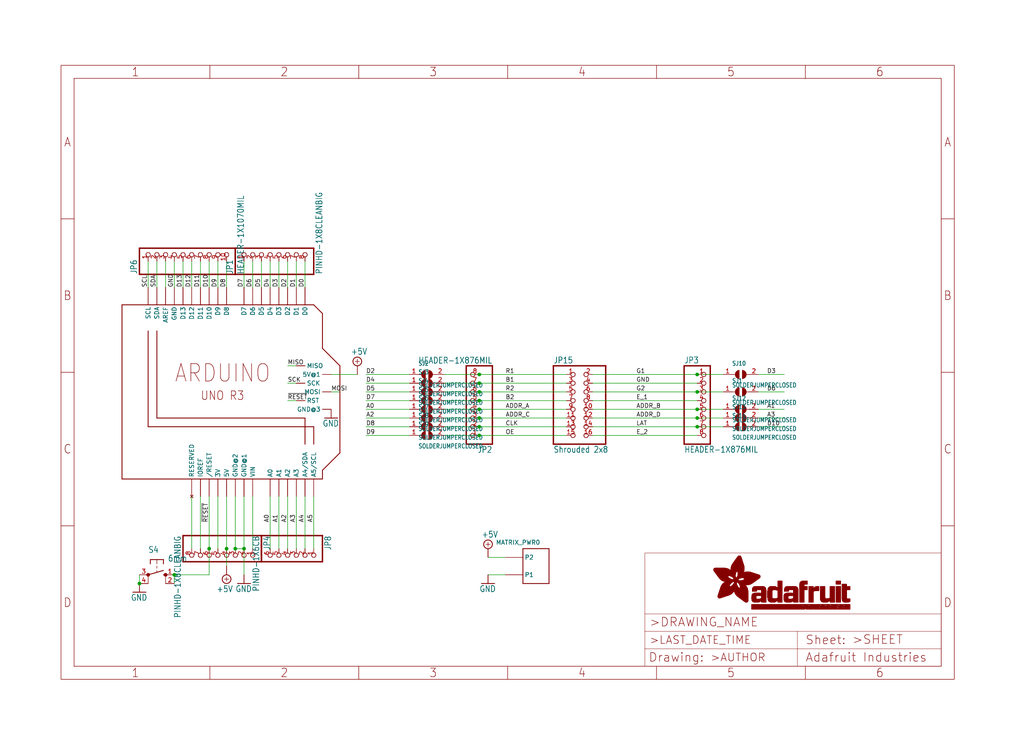
<source format=kicad_sch>
(kicad_sch (version 20211123) (generator eeschema)
  (paper "User" 298.45 217.881)
  (lib_symbols
    (symbol "eagleSchem-eagle-import:+5V" (power)
      (property "Value" "+5V" (at -1.905 3.175 0))
      (symbol "+5V_1_0"
        (pin power_in line (at 0 -2.54 90) (length 2.54) (name "+5V") (number "1"))
      )
    )
    (symbol "eagleSchem-eagle-import:10-XX"
      (property "Reference" "S" (at -6.35 -2.54 90))
      (property "Value" "10-XX" (at -3.81 3.175 90))
      (symbol "10-XX_1_0"
        (pin passive line (at 0 5.08 270) (length 2.54) (name "S") (number "1"))
        (pin passive line (at 2.54 5.08 270) (length 2.54) (name "S1") (number "2"))
        (pin passive line (at 0 -5.08 90) (length 2.54) (name "P") (number "3"))
        (pin passive line (at 2.54 -5.08 90) (length 2.54) (name "P1") (number "4"))
      )
    )
    (symbol "eagleSchem-eagle-import:ARDUINO_R3_ICSP_NODIM"
      (symbol "ARDUINO_R3_ICSP_NODIM_1_0"
        (text "ARDUINO" (at 15.24 27.94 0) (effects (font (size 5.08 4.318)) (justify left bottom)))
        (text "UNO R3" (at 22.86 22.86 0) (effects (font (size 2.54 2.159)) (justify left bottom)))
        (pin power_in line (at 27.94 -5.08 90) (length 5.08) (name "3V") (number "3V"))
        (pin power_in line (at 30.48 -5.08 90) (length 5.08) (name "5V") (number "5V"))
        (pin passive line (at 60.96 30.48 180) (length 2.54) (name "5V@1") (number "5V_ICSP"))
        (pin bidirectional line (at 43.18 -5.08 90) (length 5.08) (name "A0") (number "A0"))
        (pin bidirectional line (at 45.72 -5.08 90) (length 5.08) (name "A1") (number "A1"))
        (pin bidirectional line (at 48.26 -5.08 90) (length 5.08) (name "A2") (number "A2"))
        (pin bidirectional line (at 50.8 -5.08 90) (length 5.08) (name "A3") (number "A3"))
        (pin bidirectional line (at 53.34 -5.08 90) (length 5.08) (name "A4/SDA") (number "A4"))
        (pin bidirectional line (at 55.88 -5.08 90) (length 5.08) (name "A5/SCL") (number "A5"))
        (pin bidirectional line (at 12.7 55.88 270) (length 5.08) (name "AREF") (number "AREF"))
        (pin bidirectional line (at 53.34 55.88 270) (length 5.08) (name "D0") (number "D0"))
        (pin bidirectional line (at 50.8 55.88 270) (length 5.08) (name "D1") (number "D1"))
        (pin bidirectional line (at 25.4 55.88 270) (length 5.08) (name "D10") (number "D10"))
        (pin bidirectional line (at 22.86 55.88 270) (length 5.08) (name "D11") (number "D11"))
        (pin bidirectional line (at 20.32 55.88 270) (length 5.08) (name "D12") (number "D12"))
        (pin bidirectional line (at 17.78 55.88 270) (length 5.08) (name "D13") (number "D13"))
        (pin bidirectional line (at 48.26 55.88 270) (length 5.08) (name "D2") (number "D2"))
        (pin bidirectional line (at 45.72 55.88 270) (length 5.08) (name "D3") (number "D3"))
        (pin bidirectional line (at 43.18 55.88 270) (length 5.08) (name "D4") (number "D4"))
        (pin bidirectional line (at 40.64 55.88 270) (length 5.08) (name "D5") (number "D5"))
        (pin bidirectional line (at 38.1 55.88 270) (length 5.08) (name "D6") (number "D6"))
        (pin bidirectional line (at 35.56 55.88 270) (length 5.08) (name "D7") (number "D7"))
        (pin bidirectional line (at 30.48 55.88 270) (length 5.08) (name "D8") (number "D8"))
        (pin bidirectional line (at 27.94 55.88 270) (length 5.08) (name "D9") (number "D9"))
        (pin power_in line (at 15.24 55.88 270) (length 5.08) (name "GND") (number "GND"))
        (pin power_in line (at 33.02 -5.08 90) (length 5.08) (name "GND@2") (number "GND@1"))
        (pin passive line (at 60.96 20.32 180) (length 2.54) (name "GND@3") (number "GND@2"))
        (pin power_in line (at 35.56 -5.08 90) (length 5.08) (name "GND@1") (number "GND@3"))
        (pin output line (at 22.86 -5.08 90) (length 5.08) (name "IOREF") (number "IOREF"))
        (pin passive line (at 50.8 33.02 0) (length 2.54) (name "MISO") (number "MISO"))
        (pin passive line (at 60.96 25.4 180) (length 2.54) (name "MOSI") (number "MOSI"))
        (pin no_connect line (at 20.32 -5.08 90) (length 5.08) (name "RESERVED") (number "RESERVED"))
        (pin bidirectional line (at 25.4 -5.08 90) (length 5.08) (name "/RESET") (number "RESET"))
        (pin passive line (at 50.8 22.86 0) (length 2.54) (name "RST") (number "RESET_ICSP"))
        (pin passive line (at 50.8 27.94 0) (length 2.54) (name "SCK") (number "SCK"))
        (pin bidirectional line (at 7.62 55.88 270) (length 5.08) (name "SCL") (number "SCL"))
        (pin bidirectional line (at 10.16 55.88 270) (length 5.08) (name "SDA") (number "SDA"))
        (pin power_in line (at 38.1 -5.08 90) (length 5.08) (name "VIN") (number "VIN"))
      )
    )
    (symbol "eagleSchem-eagle-import:FRAME_A4_ADAFRUIT"
      (symbol "FRAME_A4_ADAFRUIT_0_0"
        (text "1" (at 21.6958 1.905 0) (effects (font (size 2.54 2.286))))
        (text "1" (at 21.6958 177.165 0) (effects (font (size 2.54 2.286))))
        (text "2" (at 65.0875 1.905 0) (effects (font (size 2.54 2.286))))
        (text "2" (at 65.0875 177.165 0) (effects (font (size 2.54 2.286))))
        (text "3" (at 108.4792 1.905 0) (effects (font (size 2.54 2.286))))
        (text "3" (at 108.4792 177.165 0) (effects (font (size 2.54 2.286))))
        (text "4" (at 151.8708 1.905 0) (effects (font (size 2.54 2.286))))
        (text "4" (at 151.8708 177.165 0) (effects (font (size 2.54 2.286))))
        (text "5" (at 195.2625 1.905 0) (effects (font (size 2.54 2.286))))
        (text "5" (at 195.2625 177.165 0) (effects (font (size 2.54 2.286))))
        (text "6" (at 238.6542 1.905 0) (effects (font (size 2.54 2.286))))
        (text "6" (at 238.6542 177.165 0) (effects (font (size 2.54 2.286))))
        (text "A" (at 1.905 156.6863 0) (effects (font (size 2.54 2.286))))
        (text "A" (at 258.445 156.6863 0) (effects (font (size 2.54 2.286))))
        (text "B" (at 1.905 111.9188 0) (effects (font (size 2.54 2.286))))
        (text "B" (at 258.445 111.9188 0) (effects (font (size 2.54 2.286))))
        (text "C" (at 1.905 67.1513 0) (effects (font (size 2.54 2.286))))
        (text "C" (at 258.445 67.1513 0) (effects (font (size 2.54 2.286))))
        (text "D" (at 1.905 22.3838 0) (effects (font (size 2.54 2.286))))
        (text "D" (at 258.445 22.3838 0) (effects (font (size 2.54 2.286))))
      )
      (symbol "FRAME_A4_ADAFRUIT_1_0"
        (text ">AUTHOR" (at 189.23 5.08 0) (effects (font (size 2.286 2.286)) (justify left bottom)))
        (text ">DRAWING_NAME" (at 171.45 15.24 0) (effects (font (size 2.54 2.54)) (justify left bottom)))
        (text ">LAST_DATE_TIME" (at 171.45 10.16 0) (effects (font (size 2.286 2.286)) (justify left bottom)))
        (text ">SHEET" (at 230.505 10.16 0) (effects (font (size 2.54 2.54)) (justify left bottom)))
        (text "Adafruit Industries" (at 216.916 4.953 0) (effects (font (size 2.54 2.54)) (justify left bottom)))
        (text "Drawing:" (at 171.196 4.953 0) (effects (font (size 2.54 2.54)) (justify left bottom)))
        (text "Sheet:" (at 216.916 10.033 0) (effects (font (size 2.54 2.54)) (justify left bottom)))
      )
    )
    (symbol "eagleSchem-eagle-import:GND" (power)
      (property "Value" "GND" (at -2.54 -2.54 0))
      (symbol "GND_1_0"
        (pin power_in line (at 0 2.54 270) (length 2.54) (name "GND") (number "1"))
      )
    )
    (symbol "eagleSchem-eagle-import:HEADER-1X1070MIL"
      (property "Reference" "JP" (at -6.35 13.335 0))
      (property "Value" "HEADER-1X1070MIL" (at -6.35 -17.78 0))
      (symbol "HEADER-1X1070MIL_1_0"
        (pin passive inverted (at -2.54 10.16 0) (length 2.54) (name "1") (number "1"))
        (pin passive inverted (at -2.54 -12.7 0) (length 2.54) (name "10") (number "10"))
        (pin passive inverted (at -2.54 7.62 0) (length 2.54) (name "2") (number "2"))
        (pin passive inverted (at -2.54 5.08 0) (length 2.54) (name "3") (number "3"))
        (pin passive inverted (at -2.54 2.54 0) (length 2.54) (name "4") (number "4"))
        (pin passive inverted (at -2.54 0 0) (length 2.54) (name "5") (number "5"))
        (pin passive inverted (at -2.54 -2.54 0) (length 2.54) (name "6") (number "6"))
        (pin passive inverted (at -2.54 -5.08 0) (length 2.54) (name "7") (number "7"))
        (pin passive inverted (at -2.54 -7.62 0) (length 2.54) (name "8") (number "8"))
        (pin passive inverted (at -2.54 -10.16 0) (length 2.54) (name "9") (number "9"))
      )
    )
    (symbol "eagleSchem-eagle-import:HEADER-1X876MIL"
      (property "Reference" "JP" (at -6.35 13.335 0))
      (property "Value" "HEADER-1X876MIL" (at -6.35 -12.7 0))
      (symbol "HEADER-1X876MIL_1_0"
        (pin passive inverted (at -2.54 10.16 0) (length 2.54) (name "1") (number "1"))
        (pin passive inverted (at -2.54 7.62 0) (length 2.54) (name "2") (number "2"))
        (pin passive inverted (at -2.54 5.08 0) (length 2.54) (name "3") (number "3"))
        (pin passive inverted (at -2.54 2.54 0) (length 2.54) (name "4") (number "4"))
        (pin passive inverted (at -2.54 0 0) (length 2.54) (name "5") (number "5"))
        (pin passive inverted (at -2.54 -2.54 0) (length 2.54) (name "6") (number "6"))
        (pin passive inverted (at -2.54 -5.08 0) (length 2.54) (name "7") (number "7"))
        (pin passive inverted (at -2.54 -7.62 0) (length 2.54) (name "8") (number "8"))
      )
    )
    (symbol "eagleSchem-eagle-import:HEADER-2X8_SHROUDED"
      (property "Reference" "JP" (at -8.89 10.795 0))
      (property "Value" "HEADER-2X8_SHROUDED" (at -8.89 -15.24 0))
      (symbol "HEADER-2X8_SHROUDED_1_0"
        (pin passive inverted (at -5.08 7.62 0) (length 2.54) (name "1") (number "1"))
        (pin passive inverted (at 2.54 -2.54 180) (length 2.54) (name "10") (number "10"))
        (pin passive inverted (at -5.08 -5.08 0) (length 2.54) (name "11") (number "11"))
        (pin passive inverted (at 2.54 -5.08 180) (length 2.54) (name "12") (number "12"))
        (pin passive inverted (at -5.08 -7.62 0) (length 2.54) (name "13") (number "13"))
        (pin passive inverted (at 2.54 -7.62 180) (length 2.54) (name "14") (number "14"))
        (pin passive inverted (at -5.08 -10.16 0) (length 2.54) (name "15") (number "15"))
        (pin passive inverted (at 2.54 -10.16 180) (length 2.54) (name "16") (number "16"))
        (pin passive inverted (at 2.54 7.62 180) (length 2.54) (name "2") (number "2"))
        (pin passive inverted (at -5.08 5.08 0) (length 2.54) (name "3") (number "3"))
        (pin passive inverted (at 2.54 5.08 180) (length 2.54) (name "4") (number "4"))
        (pin passive inverted (at -5.08 2.54 0) (length 2.54) (name "5") (number "5"))
        (pin passive inverted (at 2.54 2.54 180) (length 2.54) (name "6") (number "6"))
        (pin passive inverted (at -5.08 0 0) (length 2.54) (name "7") (number "7"))
        (pin passive inverted (at 2.54 0 180) (length 2.54) (name "8") (number "8"))
        (pin passive inverted (at -5.08 -2.54 0) (length 2.54) (name "9") (number "9"))
      )
    )
    (symbol "eagleSchem-eagle-import:PINHD-1X6CB"
      (property "Reference" "JP" (at -6.35 10.795 0))
      (property "Value" "PINHD-1X6CB" (at -6.35 -10.16 0))
      (symbol "PINHD-1X6CB_1_0"
        (pin passive inverted (at -2.54 7.62 0) (length 2.54) (name "1") (number "1"))
        (pin passive inverted (at -2.54 5.08 0) (length 2.54) (name "2") (number "2"))
        (pin passive inverted (at -2.54 2.54 0) (length 2.54) (name "3") (number "3"))
        (pin passive inverted (at -2.54 0 0) (length 2.54) (name "4") (number "4"))
        (pin passive inverted (at -2.54 -2.54 0) (length 2.54) (name "5") (number "5"))
        (pin passive inverted (at -2.54 -5.08 0) (length 2.54) (name "6") (number "6"))
      )
    )
    (symbol "eagleSchem-eagle-import:PINHD-1X8CLEANBIG"
      (property "Reference" "JP" (at -6.35 10.795 0))
      (property "Value" "PINHD-1X8CLEANBIG" (at -6.35 -15.24 0))
      (symbol "PINHD-1X8CLEANBIG_1_0"
        (pin passive inverted (at -2.54 7.62 0) (length 2.54) (name "1") (number "1"))
        (pin passive inverted (at -2.54 5.08 0) (length 2.54) (name "2") (number "2"))
        (pin passive inverted (at -2.54 2.54 0) (length 2.54) (name "3") (number "3"))
        (pin passive inverted (at -2.54 0 0) (length 2.54) (name "4") (number "4"))
        (pin passive inverted (at -2.54 -2.54 0) (length 2.54) (name "5") (number "5"))
        (pin passive inverted (at -2.54 -5.08 0) (length 2.54) (name "6") (number "6"))
        (pin passive inverted (at -2.54 -7.62 0) (length 2.54) (name "7") (number "7"))
        (pin passive inverted (at -2.54 -10.16 0) (length 2.54) (name "8") (number "8"))
      )
    )
    (symbol "eagleSchem-eagle-import:PINHEAD"
      (symbol "PINHEAD_1_0"
        (pin bidirectional line (at 7.62 2.54 180) (length 5.08) (name "P1") (number "P$3"))
        (pin bidirectional line (at 7.62 -2.54 180) (length 5.08) (name "P2") (number "P$4"))
      )
    )
    (symbol "eagleSchem-eagle-import:SOLDERJUMPERCLOSED"
      (property "Reference" "SJ" (at -2.54 2.54 0))
      (property "Value" "SOLDERJUMPERCLOSED" (at -2.54 -3.81 0))
      (symbol "SOLDERJUMPERCLOSED_1_0"
        (pin passive line (at -5.08 0 0) (length 2.54) (name "1") (number "1"))
        (pin passive line (at 5.08 0 180) (length 2.54) (name "2") (number "2"))
      )
    )
  )
  (junction (at 203.2 124.46))
  (junction (at 203.2 119.38))
  (junction (at 139.7 114.3))
  (junction (at 40.64 170.18))
  (junction (at 203.2 114.3))
  (junction (at 203.2 121.92))
  (junction (at 139.7 119.38))
  (junction (at 60.96 160.02))
  (junction (at 139.7 124.46))
  (junction (at 139.7 127))
  (junction (at 139.7 116.84))
  (junction (at 203.2 109.22))
  (junction (at 71.12 160.02))
  (junction (at 66.04 160.02))
  (junction (at 68.58 160.02))
  (junction (at 50.8 167.64))
  (junction (at 139.7 111.76))
  (junction (at 139.7 121.92))
  (junction (at 139.7 109.22))
  (wire (pts (xy 91.44 160.02) (xy 91.44 144.78)))
  (wire (pts (xy 203.2 109.22) (xy 210.82 109.22)))
  (wire (pts (xy 83.82 76.2) (xy 83.82 83.82)))
  (wire (pts (xy 50.8 167.64) (xy 50.8 170.18)))
  (wire (pts (xy 139.7 127) (xy 165.1 127)))
  (wire (pts (xy 53.34 83.82) (xy 53.34 76.2)))
  (wire (pts (xy 228.6 114.3) (xy 220.98 114.3)))
  (wire (pts (xy 81.28 76.2) (xy 81.28 83.82)))
  (wire (pts (xy 139.7 109.22) (xy 129.54 109.22)))
  (wire (pts (xy 88.9 160.02) (xy 88.9 144.78)))
  (wire (pts (xy 119.38 109.22) (xy 106.68 109.22)))
  (wire (pts (xy 203.2 119.38) (xy 210.82 119.38)))
  (wire (pts (xy 228.6 124.46) (xy 220.98 124.46)))
  (wire (pts (xy 104.14 109.22) (xy 96.52 109.22)))
  (wire (pts (xy 147.32 162.56) (xy 142.24 162.56)))
  (wire (pts (xy 139.7 111.76) (xy 129.54 111.76)))
  (wire (pts (xy 60.96 167.64) (xy 50.8 167.64)))
  (wire (pts (xy 81.28 160.02) (xy 81.28 144.78)))
  (wire (pts (xy 203.2 114.3) (xy 210.82 114.3)))
  (wire (pts (xy 45.72 76.2) (xy 45.72 83.82)))
  (wire (pts (xy 86.36 76.2) (xy 86.36 83.82)))
  (wire (pts (xy 203.2 119.38) (xy 172.72 119.38)))
  (wire (pts (xy 58.42 160.02) (xy 58.42 144.78)))
  (wire (pts (xy 106.68 127) (xy 119.38 127)))
  (wire (pts (xy 165.1 114.3) (xy 139.7 114.3)))
  (wire (pts (xy 203.2 114.3) (xy 172.72 114.3)))
  (wire (pts (xy 66.04 76.2) (xy 66.04 83.82)))
  (wire (pts (xy 86.36 160.02) (xy 86.36 144.78)))
  (wire (pts (xy 228.6 121.92) (xy 220.98 121.92)))
  (wire (pts (xy 203.2 124.46) (xy 210.82 124.46)))
  (wire (pts (xy 119.38 114.3) (xy 106.68 114.3)))
  (wire (pts (xy 60.96 76.2) (xy 60.96 83.82)))
  (wire (pts (xy 139.7 121.92) (xy 165.1 121.92)))
  (wire (pts (xy 88.9 76.2) (xy 88.9 83.82)))
  (wire (pts (xy 106.68 116.84) (xy 119.38 116.84)))
  (wire (pts (xy 73.66 160.02) (xy 73.66 144.78)))
  (wire (pts (xy 172.72 111.76) (xy 203.2 111.76)))
  (wire (pts (xy 139.7 111.76) (xy 165.1 111.76)))
  (wire (pts (xy 106.68 111.76) (xy 119.38 111.76)))
  (wire (pts (xy 172.72 127) (xy 203.2 127)))
  (wire (pts (xy 73.66 83.82) (xy 73.66 76.2)))
  (wire (pts (xy 172.72 121.92) (xy 203.2 121.92)))
  (wire (pts (xy 165.1 119.38) (xy 139.7 119.38)))
  (wire (pts (xy 68.58 160.02) (xy 68.58 144.78)))
  (wire (pts (xy 60.96 160.02) (xy 60.96 167.64)))
  (wire (pts (xy 63.5 160.02) (xy 63.5 144.78)))
  (wire (pts (xy 139.7 121.92) (xy 129.54 121.92)))
  (wire (pts (xy 40.64 167.64) (xy 40.64 170.18)))
  (wire (pts (xy 76.2 76.2) (xy 76.2 83.82)))
  (wire (pts (xy 106.68 119.38) (xy 119.38 119.38)))
  (wire (pts (xy 86.36 111.76) (xy 83.82 111.76)))
  (wire (pts (xy 58.42 83.82) (xy 58.42 76.2)))
  (wire (pts (xy 139.7 119.38) (xy 129.54 119.38)))
  (wire (pts (xy 203.2 121.92) (xy 210.82 121.92)))
  (wire (pts (xy 106.68 121.92) (xy 119.38 121.92)))
  (wire (pts (xy 83.82 160.02) (xy 83.82 144.78)))
  (wire (pts (xy 43.18 76.2) (xy 43.18 83.82)))
  (wire (pts (xy 142.24 167.64) (xy 147.32 167.64)))
  (wire (pts (xy 228.6 109.22) (xy 220.98 109.22)))
  (wire (pts (xy 165.1 109.22) (xy 139.7 109.22)))
  (wire (pts (xy 139.7 127) (xy 129.54 127)))
  (wire (pts (xy 71.12 160.02) (xy 71.12 167.64)))
  (wire (pts (xy 66.04 160.02) (xy 66.04 144.78)))
  (wire (pts (xy 165.1 124.46) (xy 139.7 124.46)))
  (wire (pts (xy 203.2 124.46) (xy 172.72 124.46)))
  (wire (pts (xy 86.36 116.84) (xy 83.82 116.84)))
  (wire (pts (xy 139.7 116.84) (xy 129.54 116.84)))
  (wire (pts (xy 55.88 76.2) (xy 55.88 83.82)))
  (wire (pts (xy 172.72 116.84) (xy 203.2 116.84)))
  (wire (pts (xy 60.96 160.02) (xy 60.96 144.78)))
  (wire (pts (xy 228.6 119.38) (xy 220.98 119.38)))
  (wire (pts (xy 139.7 116.84) (xy 165.1 116.84)))
  (wire (pts (xy 106.68 124.46) (xy 119.38 124.46)))
  (wire (pts (xy 203.2 109.22) (xy 172.72 109.22)))
  (wire (pts (xy 50.8 76.2) (xy 50.8 83.82)))
  (wire (pts (xy 63.5 83.82) (xy 63.5 76.2)))
  (wire (pts (xy 139.7 124.46) (xy 129.54 124.46)))
  (wire (pts (xy 48.26 76.2) (xy 48.26 83.82)))
  (wire (pts (xy 86.36 106.68) (xy 83.82 106.68)))
  (wire (pts (xy 78.74 83.82) (xy 78.74 76.2)))
  (wire (pts (xy 66.04 160.02) (xy 66.04 165.1)))
  (wire (pts (xy 71.12 160.02) (xy 71.12 144.78)))
  (wire (pts (xy 55.88 160.02) (xy 55.88 144.78)))
  (wire (pts (xy 96.52 114.3) (xy 99.06 114.3)))
  (wire (pts (xy 78.74 160.02) (xy 78.74 144.78)))
  (wire (pts (xy 139.7 114.3) (xy 129.54 114.3)))
  (wire (pts (xy 71.12 76.2) (xy 71.12 83.82)))
  (wire (pts (xy 68.58 160.02) (xy 71.12 160.02)))
  (label "D11" (at 58.42 83.82 90) (effects (font (size 1.2446 1.2446))))
  (label "D4" (at 106.68 111.76 0) (effects (font (size 1.2446 1.2446))))
  (label "ADDR_C" (at 147.32 121.92 0) (effects (font (size 1.2446 1.2446))))
  (label "D2" (at 83.82 83.82 90) (effects (font (size 1.2446 1.2446))))
  (label "ADDR_A" (at 147.32 119.38 0) (effects (font (size 1.2446 1.2446))))
  (label "A5" (at 91.44 152.4 90) (effects (font (size 1.2446 1.2446))))
  (label "SCK" (at 83.82 111.76 0) (effects (font (size 1.2446 1.2446))))
  (label "A2" (at 83.82 152.4 90) (effects (font (size 1.2446 1.2446))))
  (label "D10" (at 60.96 83.82 90) (effects (font (size 1.2446 1.2446))))
  (label "D7" (at 71.12 83.82 90) (effects (font (size 1.2446 1.2446))))
  (label "A0" (at 106.68 119.38 0) (effects (font (size 1.2446 1.2446))))
  (label "D12" (at 55.88 83.82 90) (effects (font (size 1.2446 1.2446))))
  (label "A0" (at 78.74 152.4 90) (effects (font (size 1.2446 1.2446))))
  (label "D5" (at 76.2 83.82 90) (effects (font (size 1.2446 1.2446))))
  (label "G1" (at 185.42 109.22 0) (effects (font (size 1.2446 1.2446))))
  (label "D8" (at 106.68 124.46 0) (effects (font (size 1.2446 1.2446))))
  (label "D13" (at 53.34 83.82 90) (effects (font (size 1.2446 1.2446))))
  (label "GND" (at 50.8 83.82 90) (effects (font (size 1.2446 1.2446))))
  (label "R1" (at 147.32 109.22 0) (effects (font (size 1.2446 1.2446))))
  (label "D9" (at 63.5 83.82 90) (effects (font (size 1.2446 1.2446))))
  (label "SCL" (at 43.18 83.82 90) (effects (font (size 1.2446 1.2446))))
  (label "D2" (at 106.68 109.22 0) (effects (font (size 1.2446 1.2446))))
  (label "A1" (at 223.52 119.38 0) (effects (font (size 1.2446 1.2446))))
  (label "ADDR_D" (at 185.42 121.92 0) (effects (font (size 1.2446 1.2446))))
  (label "OE" (at 147.32 127 0) (effects (font (size 1.2446 1.2446))))
  (label "A2" (at 106.68 121.92 0) (effects (font (size 1.2446 1.2446))))
  (label "MOSI" (at 96.52 114.3 0) (effects (font (size 1.2446 1.2446))))
  (label "D6" (at 73.66 83.82 90) (effects (font (size 1.2446 1.2446))))
  (label "D3" (at 81.28 83.82 90) (effects (font (size 1.2446 1.2446))))
  (label "A1" (at 81.28 152.4 90) (effects (font (size 1.2446 1.2446))))
  (label "D8" (at 66.04 83.82 90) (effects (font (size 1.2446 1.2446))))
  (label "GND" (at 185.42 111.76 0) (effects (font (size 1.2446 1.2446))))
  (label "G2" (at 185.42 114.3 0) (effects (font (size 1.2446 1.2446))))
  (label "SDA" (at 45.72 83.82 90) (effects (font (size 1.2446 1.2446))))
  (label "D3" (at 223.52 109.22 0) (effects (font (size 1.2446 1.2446))))
  (label "B1" (at 147.32 111.76 0) (effects (font (size 1.2446 1.2446))))
  (label "R2" (at 147.32 114.3 0) (effects (font (size 1.2446 1.2446))))
  (label "~{RESET}" (at 83.82 116.84 0) (effects (font (size 1.2446 1.2446))))
  (label "LAT" (at 185.42 124.46 0) (effects (font (size 1.2446 1.2446))))
  (label "D10" (at 223.52 124.46 0) (effects (font (size 1.2446 1.2446))))
  (label "A3" (at 86.36 152.4 90) (effects (font (size 1.2446 1.2446))))
  (label "CLK" (at 147.32 124.46 0) (effects (font (size 1.2446 1.2446))))
  (label "D5" (at 106.68 114.3 0) (effects (font (size 1.2446 1.2446))))
  (label "~{RESET}" (at 60.96 152.4 90) (effects (font (size 1.2446 1.2446))))
  (label "E_1" (at 185.42 116.84 0) (effects (font (size 1.2446 1.2446))))
  (label "A4" (at 88.9 152.4 90) (effects (font (size 1.2446 1.2446))))
  (label "D0" (at 88.9 83.82 90) (effects (font (size 1.2446 1.2446))))
  (label "ADDR_B" (at 185.42 119.38 0) (effects (font (size 1.2446 1.2446))))
  (label "D9" (at 106.68 127 0) (effects (font (size 1.2446 1.2446))))
  (label "B2" (at 147.32 116.84 0) (effects (font (size 1.2446 1.2446))))
  (label "D7" (at 106.68 116.84 0) (effects (font (size 1.2446 1.2446))))
  (label "D6" (at 223.52 114.3 0) (effects (font (size 1.2446 1.2446))))
  (label "D4" (at 78.74 83.82 90) (effects (font (size 1.2446 1.2446))))
  (label "A3" (at 223.52 121.92 0) (effects (font (size 1.2446 1.2446))))
  (label "D1" (at 86.36 83.82 90) (effects (font (size 1.2446 1.2446))))
  (label "MISO" (at 83.82 106.68 0) (effects (font (size 1.2446 1.2446))))
  (label "E_2" (at 185.42 127 0) (effects (font (size 1.2446 1.2446))))
  (symbol (lib_id "eagleSchem-eagle-import:ARDUINO_R3_ICSP_NODIM") (at 35.56 139.7 0) (unit 1)
    (property "Reference" "U$41" (effects hide))
    (property "Value" "ARDUINO_R3_ICSP_NODIM" (effects hide))
    (property "Footprint" "eagleSchem:ARDUINOR3_ICSP_NODIM" (effects hide))
  )
  (symbol (lib_id "eagleSchem-eagle-import:SOLDERJUMPERCLOSED") (at 215.9 109.22 0) (unit 1)
    (property "Reference" "SJ10" (at 213.36 106.68 0) (effects (font (size 1.27 1.0795)) (justify left bottom)))
    (property "Value" "SOLDERJUMPERCLOSED" (at 213.36 113.03 0) (effects (font (size 1.27 1.0795)) (justify left bottom)))
    (property "Footprint" "eagleSchem:SOLDERJUMPER_CLOSEDWIRE" (effects hide))
  )
  (symbol (lib_id "eagleSchem-eagle-import:PINHD-1X6CB") (at 83.82 162.56 270) (unit 1)
    (property "Reference" "JP8" (at 94.615 156.21 0) (effects (font (size 1.778 1.5113)) (justify left bottom)))
    (property "Value" "PINHD-1X6CB" (at 73.66 156.21 0) (effects (font (size 1.778 1.5113)) (justify left bottom)))
    (property "Footprint" "eagleSchem:1X06-CLEANBIG" (effects hide))
  )
  (symbol (lib_id "eagleSchem-eagle-import:PINHEAD") (at 154.94 165.1 180) (unit 1)
    (property "Reference" "MATRIX_PWR0" (at 157.48 157.48 0) (effects (justify left bottom)))
    (property "Value" "PINHEAD" (effects hide))
    (property "Footprint" "eagleSchem:TERMBLOCK508" (effects hide))
  )
  (symbol (lib_id "eagleSchem-eagle-import:SOLDERJUMPERCLOSED") (at 124.46 124.46 0) (unit 1)
    (property "Reference" "SJ8" (at 121.92 121.92 0) (effects (font (size 1.27 1.0795)) (justify left bottom)))
    (property "Value" "SOLDERJUMPERCLOSED" (at 121.92 128.27 0) (effects (font (size 1.27 1.0795)) (justify left bottom)))
    (property "Footprint" "eagleSchem:SOLDERJUMPER_CLOSEDWIRE" (effects hide))
  )
  (symbol (lib_id "eagleSchem-eagle-import:GND") (at 96.52 121.92 0) (unit 1)
    (property "Reference" "#U$44" (effects hide))
    (property "Value" "GND" (at 93.98 124.46 0) (effects (font (size 1.778 1.5113)) (justify left bottom)))
    (property "Footprint" "eagleSchem:" (effects hide))
  )
  (symbol (lib_id "eagleSchem-eagle-import:HEADER-2X8_SHROUDED") (at 170.18 116.84 0) (unit 1)
    (property "Reference" "JP15" (at 161.29 106.045 0) (effects (font (size 1.778 1.5113)) (justify left bottom)))
    (property "Value" "Shrouded 2x8" (at 161.29 132.08 0) (effects (font (size 1.778 1.5113)) (justify left bottom)))
    (property "Footprint" "eagleSchem:2X08_SHROUDED" (effects hide))
  )
  (symbol (lib_id "eagleSchem-eagle-import:GND") (at 40.64 172.72 0) (unit 1)
    (property "Reference" "#U$36" (effects hide))
    (property "Value" "GND" (at 38.1 175.26 0) (effects (font (size 1.778 1.5113)) (justify left bottom)))
    (property "Footprint" "eagleSchem:" (effects hide))
  )
  (symbol (lib_id "eagleSchem-eagle-import:PINHD-1X8CLEANBIG") (at 66.04 162.56 270) (unit 1)
    (property "Reference" "JP4" (at 76.835 156.21 0) (effects (font (size 1.778 1.5113)) (justify left bottom)))
    (property "Value" "PINHD-1X8CLEANBIG" (at 50.8 156.21 0) (effects (font (size 1.778 1.5113)) (justify left bottom)))
    (property "Footprint" "eagleSchem:1X08-CLEANBIG" (effects hide))
  )
  (symbol (lib_id "eagleSchem-eagle-import:GND") (at 142.24 170.18 0) (unit 1)
    (property "Reference" "#GND12" (effects hide))
    (property "Value" "GND" (at 139.7 172.72 0) (effects (font (size 1.778 1.5113)) (justify left bottom)))
    (property "Footprint" "eagleSchem:" (effects hide))
  )
  (symbol (lib_id "eagleSchem-eagle-import:PINHD-1X8CLEANBIG") (at 78.74 73.66 90) (unit 1)
    (property "Reference" "JP1" (at 67.945 80.01 0) (effects (font (size 1.778 1.5113)) (justify left bottom)))
    (property "Value" "PINHD-1X8CLEANBIG" (at 93.98 80.01 0) (effects (font (size 1.778 1.5113)) (justify left bottom)))
    (property "Footprint" "eagleSchem:1X08-CLEANBIG" (effects hide))
  )
  (symbol (lib_id "eagleSchem-eagle-import:SOLDERJUMPERCLOSED") (at 124.46 121.92 0) (unit 1)
    (property "Reference" "SJ7" (at 121.92 119.38 0) (effects (font (size 1.27 1.0795)) (justify left bottom)))
    (property "Value" "SOLDERJUMPERCLOSED" (at 121.92 125.73 0) (effects (font (size 1.27 1.0795)) (justify left bottom)))
    (property "Footprint" "eagleSchem:SOLDERJUMPER_CLOSEDWIRE" (effects hide))
  )
  (symbol (lib_id "eagleSchem-eagle-import:+5V") (at 142.24 160.02 0) (unit 1)
    (property "Reference" "#SUPPLY1" (effects hide))
    (property "Value" "+5V" (at 140.335 156.845 0) (effects (font (size 1.778 1.5113)) (justify left bottom)))
    (property "Footprint" "eagleSchem:" (effects hide))
  )
  (symbol (lib_id "eagleSchem-eagle-import:10-XX") (at 45.72 167.64 270) (unit 1)
    (property "Reference" "S4" (at 43.18 161.29 90) (effects (font (size 1.778 1.5113)) (justify left bottom)))
    (property "Value" "6mm" (at 48.895 163.83 90) (effects (font (size 1.778 1.5113)) (justify left bottom)))
    (property "Footprint" "eagleSchem:B3F-10XX" (effects hide))
  )
  (symbol (lib_id "eagleSchem-eagle-import:SOLDERJUMPERCLOSED") (at 124.46 114.3 0) (unit 1)
    (property "Reference" "SJ4" (at 121.92 111.76 0) (effects (font (size 1.27 1.0795)) (justify left bottom)))
    (property "Value" "SOLDERJUMPERCLOSED" (at 121.92 118.11 0) (effects (font (size 1.27 1.0795)) (justify left bottom)))
    (property "Footprint" "eagleSchem:SOLDERJUMPER_CLOSEDWIRE" (effects hide))
  )
  (symbol (lib_id "eagleSchem-eagle-import:SOLDERJUMPERCLOSED") (at 124.46 109.22 0) (unit 1)
    (property "Reference" "SJ2" (at 121.92 106.68 0) (effects (font (size 1.27 1.0795)) (justify left bottom)))
    (property "Value" "SOLDERJUMPERCLOSED" (at 121.92 113.03 0) (effects (font (size 1.27 1.0795)) (justify left bottom)))
    (property "Footprint" "eagleSchem:SOLDERJUMPER_CLOSEDWIRE" (effects hide))
  )
  (symbol (lib_id "eagleSchem-eagle-import:+5V") (at 104.14 106.68 0) (unit 1)
    (property "Reference" "#SUPPLY3" (effects hide))
    (property "Value" "+5V" (at 102.235 103.505 0) (effects (font (size 1.778 1.5113)) (justify left bottom)))
    (property "Footprint" "eagleSchem:" (effects hide))
  )
  (symbol (lib_id "eagleSchem-eagle-import:+5V") (at 66.04 167.64 180) (unit 1)
    (property "Reference" "#SUPPLY2" (effects hide))
    (property "Value" "+5V" (at 67.945 170.815 0) (effects (font (size 1.778 1.5113)) (justify left bottom)))
    (property "Footprint" "eagleSchem:" (effects hide))
  )
  (symbol (lib_id "eagleSchem-eagle-import:SOLDERJUMPERCLOSED") (at 215.9 124.46 0) (unit 1)
    (property "Reference" "SJ14" (at 213.36 121.92 0) (effects (font (size 1.27 1.0795)) (justify left bottom)))
    (property "Value" "SOLDERJUMPERCLOSED" (at 213.36 128.27 0) (effects (font (size 1.27 1.0795)) (justify left bottom)))
    (property "Footprint" "eagleSchem:SOLDERJUMPER_CLOSEDWIRE" (effects hide))
  )
  (symbol (lib_id "eagleSchem-eagle-import:FRAME_A4_ADAFRUIT") (at 17.78 198.12 0) (unit 1)
    (property "Reference" "#U$2" (effects hide))
    (property "Value" "FRAME_A4_ADAFRUIT" (effects hide))
    (property "Footprint" "eagleSchem:" (effects hide))
  )
  (symbol (lib_id "eagleSchem-eagle-import:HEADER-1X876MIL") (at 137.16 116.84 180) (unit 1)
    (property "Reference" "JP2" (at 143.51 130.175 0) (effects (font (size 1.778 1.5113)) (justify left bottom)))
    (property "Value" "HEADER-1X876MIL" (at 143.51 104.14 0) (effects (font (size 1.778 1.5113)) (justify left bottom)))
    (property "Footprint" "eagleSchem:1X08_ROUND_76" (effects hide))
  )
  (symbol (lib_id "eagleSchem-eagle-import:SOLDERJUMPERCLOSED") (at 215.9 114.3 0) (unit 1)
    (property "Reference" "SJ1" (at 213.36 111.76 0) (effects (font (size 1.27 1.0795)) (justify left bottom)))
    (property "Value" "SOLDERJUMPERCLOSED" (at 213.36 118.11 0) (effects (font (size 1.27 1.0795)) (justify left bottom)))
    (property "Footprint" "eagleSchem:SOLDERJUMPER_CLOSEDWIRE" (effects hide))
  )
  (symbol (lib_id "eagleSchem-eagle-import:SOLDERJUMPERCLOSED") (at 124.46 111.76 0) (unit 1)
    (property "Reference" "SJ3" (at 121.92 109.22 0) (effects (font (size 1.27 1.0795)) (justify left bottom)))
    (property "Value" "SOLDERJUMPERCLOSED" (at 121.92 115.57 0) (effects (font (size 1.27 1.0795)) (justify left bottom)))
    (property "Footprint" "eagleSchem:SOLDERJUMPER_CLOSEDWIRE" (effects hide))
  )
  (symbol (lib_id "eagleSchem-eagle-import:SOLDERJUMPERCLOSED") (at 215.9 119.38 0) (unit 1)
    (property "Reference" "SJ12" (at 213.36 116.84 0) (effects (font (size 1.27 1.0795)) (justify left bottom)))
    (property "Value" "SOLDERJUMPERCLOSED" (at 213.36 123.19 0) (effects (font (size 1.27 1.0795)) (justify left bottom)))
    (property "Footprint" "eagleSchem:SOLDERJUMPER_CLOSEDWIRE" (effects hide))
  )
  (symbol (lib_id "eagleSchem-eagle-import:SOLDERJUMPERCLOSED") (at 124.46 119.38 0) (unit 1)
    (property "Reference" "SJ6" (at 121.92 116.84 0) (effects (font (size 1.27 1.0795)) (justify left bottom)))
    (property "Value" "SOLDERJUMPERCLOSED" (at 121.92 123.19 0) (effects (font (size 1.27 1.0795)) (justify left bottom)))
    (property "Footprint" "eagleSchem:SOLDERJUMPER_CLOSEDWIRE" (effects hide))
  )
  (symbol (lib_id "eagleSchem-eagle-import:HEADER-1X876MIL") (at 205.74 119.38 0) (unit 1)
    (property "Reference" "JP3" (at 199.39 106.045 0) (effects (font (size 1.778 1.5113)) (justify left bottom)))
    (property "Value" "HEADER-1X876MIL" (at 199.39 132.08 0) (effects (font (size 1.778 1.5113)) (justify left bottom)))
    (property "Footprint" "eagleSchem:1X08_ROUND_76" (effects hide))
  )
  (symbol (lib_id "eagleSchem-eagle-import:SOLDERJUMPERCLOSED") (at 124.46 127 0) (unit 1)
    (property "Reference" "SJ9" (at 121.92 124.46 0) (effects (font (size 1.27 1.0795)) (justify left bottom)))
    (property "Value" "SOLDERJUMPERCLOSED" (at 121.92 130.81 0) (effects (font (size 1.27 1.0795)) (justify left bottom)))
    (property "Footprint" "eagleSchem:SOLDERJUMPER_CLOSEDWIRE" (effects hide))
  )
  (symbol (lib_id "eagleSchem-eagle-import:SOLDERJUMPERCLOSED") (at 215.9 121.92 0) (unit 1)
    (property "Reference" "SJ13" (at 213.36 119.38 0) (effects (font (size 1.27 1.0795)) (justify left bottom)))
    (property "Value" "SOLDERJUMPERCLOSED" (at 213.36 125.73 0) (effects (font (size 1.27 1.0795)) (justify left bottom)))
    (property "Footprint" "eagleSchem:SOLDERJUMPER_CLOSEDWIRE" (effects hide))
  )
  (symbol (lib_id "eagleSchem-eagle-import:SOLDERJUMPERCLOSED") (at 124.46 116.84 0) (unit 1)
    (property "Reference" "SJ5" (at 121.92 114.3 0) (effects (font (size 1.27 1.0795)) (justify left bottom)))
    (property "Value" "SOLDERJUMPERCLOSED" (at 121.92 120.65 0) (effects (font (size 1.27 1.0795)) (justify left bottom)))
    (property "Footprint" "eagleSchem:SOLDERJUMPER_CLOSEDWIRE" (effects hide))
  )
  (symbol (lib_id "eagleSchem-eagle-import:HEADER-1X1070MIL") (at 53.34 73.66 90) (unit 1)
    (property "Reference" "JP6" (at 40.005 80.01 0) (effects (font (size 1.778 1.5113)) (justify left bottom)))
    (property "Value" "HEADER-1X1070MIL" (at 71.12 80.01 0) (effects (font (size 1.778 1.5113)) (justify left bottom)))
    (property "Footprint" "eagleSchem:1X10_ROUND70" (effects hide))
  )
  (symbol (lib_id "eagleSchem-eagle-import:GND") (at 71.12 170.18 0) (unit 1)
    (property "Reference" "#U$7" (effects hide))
    (property "Value" "GND" (at 68.58 172.72 0) (effects (font (size 1.778 1.5113)) (justify left bottom)))
    (property "Footprint" "eagleSchem:" (effects hide))
  )
)
</source>
